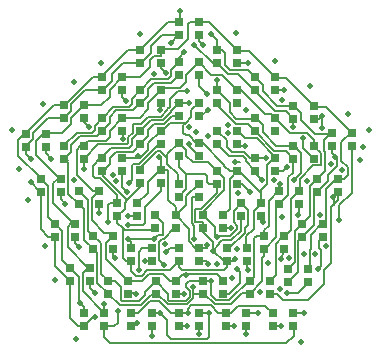
<source format=gbr>
%TF.GenerationSoftware,KiCad,Pcbnew,(5.1.9-0-10_14)*%
%TF.CreationDate,2021-12-14T09:11:42-05:00*%
%TF.ProjectId,dodecahedron_n4,646f6465-6361-4686-9564-726f6e5f6e34,rev?*%
%TF.SameCoordinates,Original*%
%TF.FileFunction,Copper,L1,Top*%
%TF.FilePolarity,Positive*%
%FSLAX46Y46*%
G04 Gerber Fmt 4.6, Leading zero omitted, Abs format (unit mm)*
G04 Created by KiCad (PCBNEW (5.1.9-0-10_14)) date 2021-12-14 09:11:42*
%MOMM*%
%LPD*%
G01*
G04 APERTURE LIST*
%TA.AperFunction,SMDPad,CuDef*%
%ADD10R,0.800000X0.700000*%
%TD*%
%TA.AperFunction,ViaPad*%
%ADD11C,0.508000*%
%TD*%
%TA.AperFunction,Conductor*%
%ADD12C,0.152400*%
%TD*%
G04 APERTURE END LIST*
D10*
%TO.P,D3,4*%
%TO.N,/CS10*%
X84670000Y-57065000D03*
%TO.P,D3,3*%
%TO.N,SW2*%
X82970000Y-57065000D03*
%TO.P,D3,2*%
%TO.N,SW3*%
X84670000Y-55965000D03*
%TO.P,D3,1*%
%TO.N,SW1*%
X82970000Y-55965000D03*
%TD*%
%TO.P,D11,4*%
%TO.N,/CS1*%
X92671000Y-62526000D03*
%TO.P,D11,3*%
%TO.N,SW8*%
X90971000Y-62526000D03*
%TO.P,D11,2*%
%TO.N,SW9*%
X92671000Y-61426000D03*
%TO.P,D11,1*%
%TO.N,SW7*%
X90971000Y-61426000D03*
%TD*%
%TO.P,D14,4*%
%TO.N,/CS7*%
X91147000Y-49381500D03*
%TO.P,D14,3*%
%TO.N,SW2*%
X89447000Y-49381500D03*
%TO.P,D14,2*%
%TO.N,SW3*%
X91147000Y-48281500D03*
%TO.P,D14,1*%
%TO.N,SW1*%
X89447000Y-48281500D03*
%TD*%
%TO.P,D51,4*%
%TO.N,/CS1*%
X76669000Y-62526000D03*
%TO.P,D51,3*%
%TO.N,SW11*%
X74969000Y-62526000D03*
%TO.P,D51,2*%
%TO.N,SW12*%
X76669000Y-61426000D03*
%TO.P,D51,1*%
%TO.N,SW10*%
X74969000Y-61426000D03*
%TD*%
%TO.P,D50,4*%
%TO.N,/CS2*%
X75462500Y-58716000D03*
%TO.P,D50,3*%
%TO.N,SW11*%
X73762500Y-58716000D03*
%TO.P,D50,2*%
%TO.N,SW12*%
X75462500Y-57616000D03*
%TO.P,D50,1*%
%TO.N,SW10*%
X73762500Y-57616000D03*
%TD*%
%TO.P,D49,4*%
%TO.N,/CS3*%
X74192500Y-54969500D03*
%TO.P,D49,3*%
%TO.N,SW11*%
X72492500Y-54969500D03*
%TO.P,D49,2*%
%TO.N,SW12*%
X74192500Y-53869500D03*
%TO.P,D49,1*%
%TO.N,SW10*%
X72492500Y-53869500D03*
%TD*%
%TO.P,D48,4*%
%TO.N,/CS4*%
X72986000Y-51159500D03*
%TO.P,D48,3*%
%TO.N,SW11*%
X71286000Y-51159500D03*
%TO.P,D48,2*%
%TO.N,SW12*%
X72986000Y-50059500D03*
%TO.P,D48,1*%
%TO.N,SW10*%
X71286000Y-50059500D03*
%TD*%
%TO.P,D47,4*%
%TO.N,/CS2*%
X78701000Y-59795500D03*
%TO.P,D47,3*%
%TO.N,SW5*%
X77001000Y-59795500D03*
%TO.P,D47,2*%
%TO.N,SW6*%
X78701000Y-58695500D03*
%TO.P,D47,1*%
%TO.N,SW4*%
X77001000Y-58695500D03*
%TD*%
%TO.P,D46,4*%
%TO.N,/CS3*%
X77431000Y-55985500D03*
%TO.P,D46,3*%
%TO.N,SW5*%
X75731000Y-55985500D03*
%TO.P,D46,2*%
%TO.N,SW6*%
X77431000Y-54885500D03*
%TO.P,D46,1*%
%TO.N,SW4*%
X75731000Y-54885500D03*
%TD*%
%TO.P,D45,4*%
%TO.N,/CS4*%
X76224500Y-52175500D03*
%TO.P,D45,3*%
%TO.N,SW5*%
X74524500Y-52175500D03*
%TO.P,D45,2*%
%TO.N,SW6*%
X76224500Y-51075500D03*
%TO.P,D45,1*%
%TO.N,SW4*%
X74524500Y-51075500D03*
%TD*%
%TO.P,D44,4*%
%TO.N,/CS1*%
X80669500Y-57065000D03*
%TO.P,D44,3*%
%TO.N,SW2*%
X78969500Y-57065000D03*
%TO.P,D44,2*%
%TO.N,SW3*%
X80669500Y-55965000D03*
%TO.P,D44,1*%
%TO.N,SW1*%
X78969500Y-55965000D03*
%TD*%
%TO.P,D43,4*%
%TO.N,/CS2*%
X79463000Y-53255000D03*
%TO.P,D43,3*%
%TO.N,SW2*%
X77763000Y-53255000D03*
%TO.P,D43,2*%
%TO.N,SW3*%
X79463000Y-52155000D03*
%TO.P,D43,1*%
%TO.N,SW1*%
X77763000Y-52155000D03*
%TD*%
%TO.P,D42,4*%
%TO.N,/CS11*%
X82701500Y-54271000D03*
%TO.P,D42,3*%
%TO.N,SW2*%
X81001500Y-54271000D03*
%TO.P,D42,2*%
%TO.N,SW3*%
X82701500Y-53171000D03*
%TO.P,D42,1*%
%TO.N,SW1*%
X81001500Y-53171000D03*
%TD*%
%TO.P,D41,4*%
%TO.N,/CS5*%
X71716000Y-47349500D03*
%TO.P,D41,3*%
%TO.N,SW11*%
X70016000Y-47349500D03*
%TO.P,D41,2*%
%TO.N,SW12*%
X71716000Y-46249500D03*
%TO.P,D41,1*%
%TO.N,SW10*%
X70016000Y-46249500D03*
%TD*%
%TO.P,D40,4*%
%TO.N,/CS6*%
X74954500Y-44936500D03*
%TO.P,D40,3*%
%TO.N,SW11*%
X73254500Y-44936500D03*
%TO.P,D40,2*%
%TO.N,SW12*%
X74954500Y-43836500D03*
%TO.P,D40,1*%
%TO.N,SW10*%
X73254500Y-43836500D03*
%TD*%
%TO.P,D39,4*%
%TO.N,/CS7*%
X78193000Y-42587000D03*
%TO.P,D39,3*%
%TO.N,SW11*%
X76493000Y-42587000D03*
%TO.P,D39,2*%
%TO.N,SW12*%
X78193000Y-41487000D03*
%TO.P,D39,1*%
%TO.N,SW10*%
X76493000Y-41487000D03*
%TD*%
%TO.P,D38,4*%
%TO.N,/CS8*%
X81431500Y-40237500D03*
%TO.P,D38,3*%
%TO.N,SW11*%
X79731500Y-40237500D03*
%TO.P,D38,2*%
%TO.N,SW12*%
X81431500Y-39137500D03*
%TO.P,D38,1*%
%TO.N,SW10*%
X79731500Y-39137500D03*
%TD*%
%TO.P,D37,4*%
%TO.N,/CS5*%
X74954500Y-48365500D03*
%TO.P,D37,3*%
%TO.N,SW5*%
X73254500Y-48365500D03*
%TO.P,D37,2*%
%TO.N,SW6*%
X74954500Y-47265500D03*
%TO.P,D37,1*%
%TO.N,SW4*%
X73254500Y-47265500D03*
%TD*%
%TO.P,D36,4*%
%TO.N,/CS6*%
X78193000Y-46016000D03*
%TO.P,D36,3*%
%TO.N,SW5*%
X76493000Y-46016000D03*
%TO.P,D36,2*%
%TO.N,SW6*%
X78193000Y-44916000D03*
%TO.P,D36,1*%
%TO.N,SW4*%
X76493000Y-44916000D03*
%TD*%
%TO.P,D35,4*%
%TO.N,/CS7*%
X81431500Y-43666500D03*
%TO.P,D35,3*%
%TO.N,SW5*%
X79731500Y-43666500D03*
%TO.P,D35,2*%
%TO.N,SW6*%
X81431500Y-42566500D03*
%TO.P,D35,1*%
%TO.N,SW4*%
X79731500Y-42566500D03*
%TD*%
%TO.P,D34,4*%
%TO.N,/CS3*%
X78193000Y-49445000D03*
%TO.P,D34,3*%
%TO.N,SW2*%
X76493000Y-49445000D03*
%TO.P,D34,2*%
%TO.N,SW3*%
X78193000Y-48345000D03*
%TO.P,D34,1*%
%TO.N,SW1*%
X76493000Y-48345000D03*
%TD*%
%TO.P,D33,4*%
%TO.N,/CS4*%
X81431500Y-47095500D03*
%TO.P,D33,3*%
%TO.N,SW2*%
X79731500Y-47095500D03*
%TO.P,D33,2*%
%TO.N,SW3*%
X81431500Y-45995500D03*
%TO.P,D33,1*%
%TO.N,SW1*%
X79731500Y-45995500D03*
%TD*%
%TO.P,D32,4*%
%TO.N,/CS12*%
X81431500Y-50461000D03*
%TO.P,D32,3*%
%TO.N,SW2*%
X79731500Y-50461000D03*
%TO.P,D32,2*%
%TO.N,SW3*%
X81431500Y-49361000D03*
%TO.P,D32,1*%
%TO.N,SW1*%
X79731500Y-49361000D03*
%TD*%
%TO.P,D31,4*%
%TO.N,/CS9*%
X84670000Y-37888000D03*
%TO.P,D31,3*%
%TO.N,SW11*%
X82970000Y-37888000D03*
%TO.P,D31,2*%
%TO.N,SW12*%
X84670000Y-36788000D03*
%TO.P,D31,1*%
%TO.N,SW10*%
X82970000Y-36788000D03*
%TD*%
%TO.P,D30,4*%
%TO.N,/CS10*%
X87908500Y-40301000D03*
%TO.P,D30,3*%
%TO.N,SW11*%
X86208500Y-40301000D03*
%TO.P,D30,2*%
%TO.N,SW12*%
X87908500Y-39201000D03*
%TO.P,D30,1*%
%TO.N,SW10*%
X86208500Y-39201000D03*
%TD*%
%TO.P,D29,4*%
%TO.N,/CS11*%
X91147000Y-42587000D03*
%TO.P,D29,3*%
%TO.N,SW11*%
X89447000Y-42587000D03*
%TO.P,D29,2*%
%TO.N,SW12*%
X91147000Y-41487000D03*
%TO.P,D29,1*%
%TO.N,SW10*%
X89447000Y-41487000D03*
%TD*%
%TO.P,D28,4*%
%TO.N,/CS12*%
X94385500Y-45000000D03*
%TO.P,D28,3*%
%TO.N,SW11*%
X92685500Y-45000000D03*
%TO.P,D28,2*%
%TO.N,SW12*%
X94385500Y-43900000D03*
%TO.P,D28,1*%
%TO.N,SW10*%
X92685500Y-43900000D03*
%TD*%
%TO.P,D27,4*%
%TO.N,/CS8*%
X84670000Y-41317000D03*
%TO.P,D27,3*%
%TO.N,SW5*%
X82970000Y-41317000D03*
%TO.P,D27,2*%
%TO.N,SW6*%
X84670000Y-40217000D03*
%TO.P,D27,1*%
%TO.N,SW4*%
X82970000Y-40217000D03*
%TD*%
%TO.P,D26,4*%
%TO.N,/CS9*%
X87908500Y-43666500D03*
%TO.P,D26,3*%
%TO.N,SW5*%
X86208500Y-43666500D03*
%TO.P,D26,2*%
%TO.N,SW6*%
X87908500Y-42566500D03*
%TO.P,D26,1*%
%TO.N,SW4*%
X86208500Y-42566500D03*
%TD*%
%TO.P,D25,4*%
%TO.N,Net-(D25-Pad4)*%
X91147000Y-46016000D03*
%TO.P,D25,3*%
%TO.N,SW5*%
X89447000Y-46016000D03*
%TO.P,D25,2*%
%TO.N,SW6*%
X91147000Y-44916000D03*
%TO.P,D25,1*%
%TO.N,SW4*%
X89447000Y-44916000D03*
%TD*%
%TO.P,D24,4*%
%TO.N,/CS5*%
X84670000Y-44746000D03*
%TO.P,D24,3*%
%TO.N,SW2*%
X82970000Y-44746000D03*
%TO.P,D24,2*%
%TO.N,SW3*%
X84670000Y-43646000D03*
%TO.P,D24,1*%
%TO.N,SW1*%
X82970000Y-43646000D03*
%TD*%
%TO.P,D23,4*%
%TO.N,/CS6*%
X87908500Y-47095500D03*
%TO.P,D23,3*%
%TO.N,SW2*%
X86208500Y-47095500D03*
%TO.P,D23,2*%
%TO.N,SW3*%
X87908500Y-45995500D03*
%TO.P,D23,1*%
%TO.N,SW1*%
X86208500Y-45995500D03*
%TD*%
%TO.P,D22,4*%
%TO.N,/CS13*%
X84670000Y-48111500D03*
%TO.P,D22,3*%
%TO.N,SW2*%
X82970000Y-48111500D03*
%TO.P,D22,2*%
%TO.N,SW3*%
X84670000Y-47011500D03*
%TO.P,D22,1*%
%TO.N,SW1*%
X82970000Y-47011500D03*
%TD*%
%TO.P,D21,4*%
%TO.N,/CS13*%
X97624000Y-47286000D03*
%TO.P,D21,3*%
%TO.N,SW11*%
X95924000Y-47286000D03*
%TO.P,D21,2*%
%TO.N,SW12*%
X97624000Y-46186000D03*
%TO.P,D21,1*%
%TO.N,SW10*%
X95924000Y-46186000D03*
%TD*%
%TO.P,D20,4*%
%TO.N,/CS14*%
X96417500Y-51159500D03*
%TO.P,D20,3*%
%TO.N,SW11*%
X94717500Y-51159500D03*
%TO.P,D20,2*%
%TO.N,SW12*%
X96417500Y-50059500D03*
%TO.P,D20,1*%
%TO.N,SW10*%
X94717500Y-50059500D03*
%TD*%
%TO.P,D19,4*%
%TO.N,/CS15*%
X95147500Y-54969500D03*
%TO.P,D19,3*%
%TO.N,SW11*%
X93447500Y-54969500D03*
%TO.P,D19,2*%
%TO.N,SW12*%
X95147500Y-53869500D03*
%TO.P,D19,1*%
%TO.N,SW10*%
X93447500Y-53869500D03*
%TD*%
%TO.P,D18,4*%
%TO.N,/CS16*%
X93941000Y-58779500D03*
%TO.P,D18,3*%
%TO.N,SW11*%
X92241000Y-58779500D03*
%TO.P,D18,2*%
%TO.N,SW12*%
X93941000Y-57679500D03*
%TO.P,D18,1*%
%TO.N,SW10*%
X92241000Y-57679500D03*
%TD*%
%TO.P,D17,4*%
%TO.N,/CS11*%
X94385500Y-48365500D03*
%TO.P,D17,3*%
%TO.N,SW5*%
X92685500Y-48365500D03*
%TO.P,D17,2*%
%TO.N,SW6*%
X94385500Y-47265500D03*
%TO.P,D17,1*%
%TO.N,SW4*%
X92685500Y-47265500D03*
%TD*%
%TO.P,D16,4*%
%TO.N,/CS12*%
X93179000Y-52175500D03*
%TO.P,D16,3*%
%TO.N,SW5*%
X91479000Y-52175500D03*
%TO.P,D16,2*%
%TO.N,SW6*%
X93179000Y-51075500D03*
%TO.P,D16,1*%
%TO.N,SW4*%
X91479000Y-51075500D03*
%TD*%
%TO.P,D15,4*%
%TO.N,/CS13*%
X91909000Y-55985500D03*
%TO.P,D15,3*%
%TO.N,SW5*%
X90209000Y-55985500D03*
%TO.P,D15,2*%
%TO.N,SW6*%
X91909000Y-54885500D03*
%TO.P,D15,1*%
%TO.N,SW4*%
X90209000Y-54885500D03*
%TD*%
%TO.P,D13,4*%
%TO.N,/CS8*%
X89940500Y-53255000D03*
%TO.P,D13,3*%
%TO.N,SW2*%
X88240500Y-53255000D03*
%TO.P,D13,2*%
%TO.N,SW3*%
X89940500Y-52155000D03*
%TO.P,D13,1*%
%TO.N,SW1*%
X88240500Y-52155000D03*
%TD*%
%TO.P,D12,4*%
%TO.N,/CS14*%
X87908500Y-50524500D03*
%TO.P,D12,3*%
%TO.N,SW2*%
X86208500Y-50524500D03*
%TO.P,D12,2*%
%TO.N,SW3*%
X87908500Y-49424500D03*
%TO.P,D12,1*%
%TO.N,SW1*%
X86208500Y-49424500D03*
%TD*%
%TO.P,D10,4*%
%TO.N,/CS2*%
X88670500Y-62526000D03*
%TO.P,D10,3*%
%TO.N,SW8*%
X86970500Y-62526000D03*
%TO.P,D10,2*%
%TO.N,SW9*%
X88670500Y-61426000D03*
%TO.P,D10,1*%
%TO.N,SW7*%
X86970500Y-61426000D03*
%TD*%
%TO.P,D9,4*%
%TO.N,/CS3*%
X84670000Y-62526000D03*
%TO.P,D9,3*%
%TO.N,SW8*%
X82970000Y-62526000D03*
%TO.P,D9,2*%
%TO.N,SW9*%
X84670000Y-61426000D03*
%TO.P,D9,1*%
%TO.N,SW7*%
X82970000Y-61426000D03*
%TD*%
%TO.P,D8,4*%
%TO.N,/CS4*%
X80669500Y-62526000D03*
%TO.P,D8,3*%
%TO.N,SW8*%
X78969500Y-62526000D03*
%TO.P,D8,2*%
%TO.N,SW9*%
X80669500Y-61426000D03*
%TO.P,D8,1*%
%TO.N,SW7*%
X78969500Y-61426000D03*
%TD*%
%TO.P,D7,4*%
%TO.N,/CS14*%
X90702500Y-59795500D03*
%TO.P,D7,3*%
%TO.N,SW5*%
X89002500Y-59795500D03*
%TO.P,D7,2*%
%TO.N,SW6*%
X90702500Y-58695500D03*
%TO.P,D7,1*%
%TO.N,SW4*%
X89002500Y-58695500D03*
%TD*%
%TO.P,D6,4*%
%TO.N,/CS15*%
X86702000Y-59795500D03*
%TO.P,D6,3*%
%TO.N,SW5*%
X85002000Y-59795500D03*
%TO.P,D6,2*%
%TO.N,SW6*%
X86702000Y-58695500D03*
%TO.P,D6,1*%
%TO.N,SW4*%
X85002000Y-58695500D03*
%TD*%
%TO.P,D5,4*%
%TO.N,/CS16*%
X82726000Y-59817000D03*
%TO.P,D5,3*%
%TO.N,SW5*%
X81026000Y-59817000D03*
%TO.P,D5,2*%
%TO.N,SW6*%
X82726000Y-58717000D03*
%TO.P,D5,1*%
%TO.N,SW4*%
X81026000Y-58717000D03*
%TD*%
%TO.P,D4,4*%
%TO.N,/CS9*%
X88734000Y-57065000D03*
%TO.P,D4,3*%
%TO.N,SW2*%
X87034000Y-57065000D03*
%TO.P,D4,2*%
%TO.N,SW3*%
X88734000Y-55965000D03*
%TO.P,D4,1*%
%TO.N,SW1*%
X87034000Y-55965000D03*
%TD*%
%TO.P,D2,4*%
%TO.N,/CS15*%
X86702000Y-54271000D03*
%TO.P,D2,3*%
%TO.N,SW2*%
X85002000Y-54271000D03*
%TO.P,D2,2*%
%TO.N,SW3*%
X86702000Y-53171000D03*
%TO.P,D2,1*%
%TO.N,SW1*%
X85002000Y-53171000D03*
%TD*%
%TO.P,D1,4*%
%TO.N,/CS16*%
X84670000Y-51604000D03*
%TO.P,D1,3*%
%TO.N,SW2*%
X82970000Y-51604000D03*
%TO.P,D1,2*%
%TO.N,SW3*%
X84670000Y-50504000D03*
%TO.P,D1,1*%
%TO.N,SW1*%
X82970000Y-50504000D03*
%TD*%
D11*
%TO.N,SW2*%
X87731600Y-56896000D03*
X85864710Y-56146700D03*
X89983780Y-50159866D03*
%TO.N,SW3*%
X79554411Y-48182624D03*
X81263865Y-48269265D03*
X85382100Y-55638700D03*
X79603600Y-57810400D03*
%TO.N,SW1*%
X76990378Y-53767219D03*
X78705810Y-55194200D03*
X83845400Y-43637200D03*
X90340600Y-48308121D03*
X86182200Y-55016400D03*
X81896947Y-56305890D03*
X80900787Y-55159624D03*
%TO.N,SW5*%
X84199242Y-59205878D03*
%TO.N,SW6*%
X83573622Y-58245071D03*
%TO.N,SW4*%
X83413600Y-39370000D03*
X86207600Y-41732200D03*
X85699600Y-58699400D03*
X91541600Y-50533300D03*
X92732216Y-50166737D03*
%TO.N,SW8*%
X83667600Y-62534800D03*
X87680800Y-62534800D03*
X91643200Y-62509400D03*
X79468687Y-62255370D03*
%TO.N,SW9*%
X93535500Y-61404500D03*
X89662000Y-61404500D03*
X81407000Y-61404500D03*
X85572600Y-61417200D03*
%TO.N,SW7*%
X83769200Y-61468000D03*
%TO.N,SW11*%
X70421500Y-48387000D03*
X70421500Y-50355500D03*
X82296000Y-38608000D03*
X84264500Y-38735000D03*
X92684600Y-45669200D03*
X96240600Y-48234588D03*
X75862588Y-61771089D03*
%TO.N,SW12*%
X76657200Y-60680600D03*
%TO.N,SW10*%
X85661500Y-37782500D03*
X83058000Y-35877500D03*
X74574432Y-60557921D03*
%TO.N,GND*%
X95885000Y-48818800D03*
X97307400Y-44577000D03*
X99085400Y-45948600D03*
X98323400Y-48488600D03*
X94056200Y-42214800D03*
X93319600Y-63855600D03*
X72517000Y-58674000D03*
X71678800Y-55778400D03*
X70205600Y-51866800D03*
X69443600Y-49276000D03*
X68859400Y-45948600D03*
X71501000Y-43713400D03*
X74142600Y-41859200D03*
X87858600Y-37719000D03*
X91135200Y-40106600D03*
X79654400Y-37820600D03*
X76403200Y-40259000D03*
X74244200Y-63677800D03*
X87102098Y-46177200D03*
X87508402Y-58470800D03*
X81807049Y-55627294D03*
X86207600Y-57277000D03*
X91008200Y-50139600D03*
X74117200Y-50215800D03*
X93577018Y-56451497D03*
X91706700Y-43370500D03*
X87871300Y-56032400D03*
X89888982Y-59649253D03*
%TO.N,VCC*%
X77386598Y-49784000D03*
X83845400Y-45720000D03*
X77698600Y-50266600D03*
X98577400Y-47371000D03*
X80848200Y-41173400D03*
X92306996Y-56741912D03*
X96773990Y-49303096D03*
X87731600Y-48653700D03*
X91541245Y-59403925D03*
X90538300Y-57238900D03*
X94542229Y-56476900D03*
%TO.N,/CS16*%
X83411821Y-59791590D03*
X87102122Y-45516789D03*
X84296316Y-55158260D03*
X92105187Y-59747602D03*
%TO.N,/CS15*%
X87934800Y-57708800D03*
X87366275Y-54219659D03*
X85411677Y-46433263D03*
X94747412Y-57746921D03*
%TO.N,/CS10*%
X88823800Y-40284400D03*
X88655674Y-44227784D03*
X85445600Y-57277000D03*
%TO.N,/CS9*%
X85039200Y-38735000D03*
X88798400Y-57835800D03*
X87790185Y-43632701D03*
%TO.N,/CS14*%
X84429600Y-46126400D03*
X96050090Y-51631697D03*
X89038725Y-51204546D03*
%TO.N,/CS4*%
X73355200Y-52171600D03*
X76225400Y-53009800D03*
X80688251Y-63351129D03*
X78769979Y-50404512D03*
%TO.N,/CS3*%
X74523600Y-55880000D03*
X84658200Y-63195200D03*
X78618528Y-51176009D03*
X77571610Y-56743600D03*
%TO.N,/CS2*%
X75869800Y-59766200D03*
X79378158Y-59809710D03*
X88671400Y-63220600D03*
X78666556Y-53238989D03*
%TO.N,/CS1*%
X77800200Y-61290200D03*
X80137010Y-57073800D03*
%TO.N,/CS8*%
X81858787Y-41122600D03*
X85344000Y-42900600D03*
X90093605Y-53769280D03*
%TO.N,/CS7*%
X78536800Y-43484800D03*
X81353359Y-44245626D03*
X92100400Y-49098200D03*
%TO.N,/CS13*%
X96565733Y-53595048D03*
X83851534Y-47130765D03*
X91655900Y-56857900D03*
%TO.N,/CS12*%
X95122076Y-45775837D03*
X95123000Y-44715423D03*
X78663800Y-53949600D03*
X93109221Y-53111421D03*
X94919800Y-53111421D03*
%TO.N,/CS11*%
X91897200Y-42570400D03*
X93460505Y-46659790D03*
X81746201Y-57351114D03*
%TO.N,/CS6*%
X75361800Y-45694600D03*
X78231991Y-46674167D03*
X88573436Y-47320190D03*
%TO.N,/CS5*%
X72186800Y-48361600D03*
X74955400Y-49225200D03*
X85420200Y-44221400D03*
X83642177Y-42671988D03*
%TO.N,SDA*%
X91719400Y-53327300D03*
X93814900Y-50241200D03*
%TO.N,ADDR1*%
X87950460Y-51288845D03*
X95410801Y-55726787D03*
%TD*%
D12*
%TO.N,SW2*%
X83598601Y-50975399D02*
X83598601Y-49816601D01*
X82970000Y-51604000D02*
X83598601Y-50975399D01*
X83598601Y-49816601D02*
X83598601Y-49689601D01*
X83598601Y-49689601D02*
X82994500Y-49085500D01*
X82994500Y-49085500D02*
X82994500Y-48133000D01*
X79731500Y-50461000D02*
X79684814Y-50507686D01*
X77121601Y-48862399D02*
X76517500Y-49466500D01*
X79060601Y-47766399D02*
X77682735Y-47766399D01*
X77121601Y-48327533D02*
X77121601Y-48862399D01*
X79731500Y-47095500D02*
X79060601Y-47766399D01*
X77682735Y-47766399D02*
X77121601Y-48327533D01*
X76454000Y-49609252D02*
X76454000Y-49466500D01*
X78391601Y-52626399D02*
X78391601Y-52106400D01*
X77763000Y-53255000D02*
X78391601Y-52626399D01*
X78391601Y-52106400D02*
X78609400Y-51888600D01*
X78223200Y-54271000D02*
X77749400Y-53797200D01*
X77749400Y-53797200D02*
X77749400Y-53263800D01*
X78969500Y-57065000D02*
X78477200Y-57065000D01*
X78477200Y-57065000D02*
X78223200Y-56811000D01*
X78223200Y-56811000D02*
X78223200Y-54271000D01*
X79731500Y-50766501D02*
X79731500Y-50461000D01*
X78609400Y-51888600D02*
X79731500Y-50766501D01*
X84419119Y-53749601D02*
X84373399Y-53703881D01*
X86169500Y-51265982D02*
X86169500Y-50546000D01*
X84419119Y-52592399D02*
X84843083Y-52592399D01*
X84373399Y-52638119D02*
X84419119Y-52592399D01*
X85002000Y-54271000D02*
X85002000Y-53768600D01*
X84983001Y-53749601D02*
X84419119Y-53749601D01*
X85002000Y-53768600D02*
X84983001Y-53749601D01*
X84843083Y-52592399D02*
X86169500Y-51265982D01*
X84373399Y-53703881D02*
X84373399Y-52638119D01*
X87562600Y-57065000D02*
X87731600Y-56896000D01*
X87034000Y-57065000D02*
X87562600Y-57065000D01*
X82397633Y-44746000D02*
X81726734Y-45416899D01*
X80848619Y-45416899D02*
X80360101Y-45905417D01*
X80360101Y-46449399D02*
X79692500Y-47117000D01*
X80360101Y-45905417D02*
X80360101Y-46449399D01*
X82970000Y-44746000D02*
X82397633Y-44746000D01*
X81726734Y-45416899D02*
X80848619Y-45416899D01*
X80840298Y-54432202D02*
X81001500Y-54271000D01*
X78223200Y-54271000D02*
X78384402Y-54432202D01*
X78384402Y-54432202D02*
X80840298Y-54432202D01*
X86208500Y-50524500D02*
X85551100Y-50524500D01*
X85551100Y-50524500D02*
X85369400Y-50342800D01*
X85369400Y-50342800D02*
X85369400Y-49834800D01*
X85224201Y-49689601D02*
X83598601Y-49689601D01*
X85369400Y-49834800D02*
X85224201Y-49689601D01*
X87248998Y-48132998D02*
X86233000Y-47117000D01*
X88369650Y-48132998D02*
X87248998Y-48132998D01*
X88646002Y-48409350D02*
X88369650Y-48132998D01*
X88646002Y-48580502D02*
X88646002Y-48409350D01*
X89447000Y-49381500D02*
X88646002Y-48580502D01*
X76581000Y-49466500D02*
X76581000Y-49860200D01*
X76581000Y-49860200D02*
X78609400Y-51888600D01*
X87403706Y-55295811D02*
X88208100Y-54491417D01*
X86405399Y-55482850D02*
X86592438Y-55295811D01*
X86592438Y-55295811D02*
X87403706Y-55295811D01*
X88208100Y-54491417D02*
X88208100Y-53269900D01*
X88208100Y-53269900D02*
X88239600Y-53238400D01*
X82970000Y-57065000D02*
X82970000Y-57519200D01*
X82970000Y-57519200D02*
X83210400Y-57759600D01*
X83210400Y-57759600D02*
X86817200Y-57759600D01*
X86817200Y-57759600D02*
X87033100Y-57543700D01*
X87033100Y-57543700D02*
X87033100Y-57061100D01*
X81735265Y-57833716D02*
X82201284Y-57833716D01*
X80316863Y-57833588D02*
X81735137Y-57833588D01*
X82201284Y-57833716D02*
X82970000Y-57065000D01*
X78968600Y-57073800D02*
X78968600Y-57889652D01*
X79371948Y-58293000D02*
X79857451Y-58293000D01*
X78968600Y-57889652D02*
X79371948Y-58293000D01*
X81735137Y-57833588D02*
X81735265Y-57833716D01*
X79857451Y-58293000D02*
X80316863Y-57833588D01*
X85002000Y-54557050D02*
X85002000Y-54271000D01*
X85864710Y-55419760D02*
X85002000Y-54557050D01*
X85864710Y-56146700D02*
X85864710Y-55419760D01*
X86405399Y-55606011D02*
X86405399Y-55482850D01*
X85864710Y-56146700D02*
X86405399Y-55606011D01*
X86783010Y-57065000D02*
X85864710Y-56146700D01*
X87034000Y-57065000D02*
X86783010Y-57065000D01*
X89447000Y-49623086D02*
X89447000Y-49381500D01*
X89983780Y-50159866D02*
X89447000Y-49623086D01*
%TO.N,SW3*%
X87279899Y-52593101D02*
X87279899Y-50070601D01*
X86702000Y-53171000D02*
X87279899Y-52593101D01*
X87279899Y-50070601D02*
X88011000Y-49339500D01*
X83598601Y-52273899D02*
X83598601Y-51529399D01*
X82701500Y-53171000D02*
X83598601Y-52273899D01*
X83598601Y-51529399D02*
X84645500Y-50482500D01*
X80360101Y-51257899D02*
X80360101Y-50386399D01*
X79463000Y-52155000D02*
X80360101Y-51257899D01*
X80360101Y-50386399D02*
X81407000Y-49339500D01*
X88090252Y-49403000D02*
X87947500Y-49403000D01*
X89940500Y-52155000D02*
X89940500Y-51253248D01*
X89940500Y-51253248D02*
X88090252Y-49403000D01*
X89576149Y-46634399D02*
X88544399Y-46634399D01*
X91147000Y-48281500D02*
X91147000Y-48205250D01*
X91147000Y-48205250D02*
X89576149Y-46634399D01*
X88544399Y-46634399D02*
X87884000Y-45974000D01*
X82072899Y-49449999D02*
X81983900Y-49361000D01*
X81983900Y-49361000D02*
X81431500Y-49361000D01*
X82072899Y-51868381D02*
X82702400Y-52497882D01*
X82072899Y-49449999D02*
X82072899Y-51868381D01*
X82702400Y-52497882D02*
X82702400Y-53187600D01*
X80360101Y-47066899D02*
X80360101Y-47628381D01*
X80360101Y-47628381D02*
X79664982Y-48323500D01*
X79664982Y-48323500D02*
X78168500Y-48323500D01*
X81431500Y-45995500D02*
X80360101Y-47066899D01*
X81431500Y-49361000D02*
X81431500Y-48436900D01*
X81431500Y-48436900D02*
X81263865Y-48269265D01*
X89940500Y-52155000D02*
X89940500Y-51007152D01*
X89940500Y-51007152D02*
X90474802Y-50472850D01*
X90474802Y-50472850D02*
X90474802Y-48907698D01*
X90474802Y-48907698D02*
X91059000Y-48323500D01*
X84041399Y-44274601D02*
X84041399Y-44836083D01*
X84670000Y-43646000D02*
X84041399Y-44274601D01*
X84041399Y-44836083D02*
X83548409Y-45329073D01*
X82245627Y-45329073D02*
X81600700Y-45974000D01*
X81600700Y-45974000D02*
X81470500Y-45974000D01*
X83548409Y-45329073D02*
X82245627Y-45329073D01*
X84921600Y-46990000D02*
X84709000Y-46990000D01*
X87275620Y-49424500D02*
X86811815Y-48960695D01*
X86811815Y-48880215D02*
X84921600Y-46990000D01*
X86811815Y-48960695D02*
X86811815Y-48880215D01*
X87908500Y-49424500D02*
X87275620Y-49424500D01*
X83809590Y-46405801D02*
X83613751Y-46405801D01*
X83613751Y-46405801D02*
X83362799Y-46154849D01*
X84670000Y-47011500D02*
X84415289Y-47011500D01*
X83362799Y-46154849D02*
X83362799Y-45514683D01*
X84415289Y-47011500D02*
X83809590Y-46405801D01*
X83362799Y-45514683D02*
X83548409Y-45329073D01*
X84900756Y-55734244D02*
X84670000Y-55965000D01*
X84387609Y-55956200D02*
X84658200Y-55956200D01*
X83813441Y-55382032D02*
X84387609Y-55956200D01*
X83813441Y-54282941D02*
X83813441Y-55382032D01*
X82701500Y-53171000D02*
X83813441Y-54282941D01*
X85382100Y-55638700D02*
X85382100Y-55892700D01*
X85382100Y-55892700D02*
X85305900Y-55968900D01*
X85305900Y-55968900D02*
X84658200Y-55968900D01*
X80669500Y-55965000D02*
X79874200Y-55965000D01*
X79598101Y-57804901D02*
X79603600Y-57810400D01*
X79598101Y-56241099D02*
X79598101Y-57804901D01*
X79874200Y-55965000D02*
X79598101Y-56241099D01*
X88734000Y-55965000D02*
X88691766Y-55922766D01*
X88691766Y-55922766D02*
X88691766Y-54954232D01*
X89311899Y-52801101D02*
X89979500Y-52133500D01*
X89311899Y-54334099D02*
X89311899Y-52801101D01*
X88691766Y-54954232D02*
X89311899Y-54334099D01*
%TO.N,SW1*%
X86837101Y-51057381D02*
X86837101Y-50007101D01*
X85002000Y-52892482D02*
X86837101Y-51057381D01*
X85002000Y-53171000D02*
X85002000Y-52892482D01*
X86837101Y-50007101D02*
X86233000Y-49403000D01*
X82014381Y-48782399D02*
X82931000Y-49699018D01*
X82931000Y-49699018D02*
X82931000Y-50482500D01*
X82014381Y-47967119D02*
X82014381Y-48782399D01*
X82970000Y-47011500D02*
X82014381Y-47967119D01*
X79019412Y-46710588D02*
X79019412Y-47170105D01*
X79019412Y-47170105D02*
X78727929Y-47461588D01*
X78727929Y-47461588D02*
X77252412Y-47461588D01*
X77252412Y-47461588D02*
X76390500Y-48323500D01*
X79756000Y-45974000D02*
X79019412Y-46710588D01*
X82014381Y-48330929D02*
X82014381Y-48782399D01*
X79731500Y-49119115D02*
X81149417Y-47701198D01*
X81149417Y-47701198D02*
X81384650Y-47701198D01*
X79731500Y-49361000D02*
X79731500Y-49119115D01*
X81384650Y-47701198D02*
X82014381Y-48330929D01*
X76990378Y-53767219D02*
X76990378Y-52270222D01*
X76990378Y-52270222D02*
X77114400Y-52146200D01*
X77114400Y-52146200D02*
X77749400Y-52146200D01*
X78969500Y-55965000D02*
X78969500Y-55457890D01*
X78969500Y-55457890D02*
X78705810Y-55194200D01*
X83598601Y-48115535D02*
X83598601Y-47625977D01*
X84173167Y-48690101D02*
X83598601Y-48115535D01*
X82994500Y-47021876D02*
X82994500Y-46990000D01*
X82321412Y-44294588D02*
X82970000Y-43646000D01*
X82321412Y-44391155D02*
X82321412Y-44294588D01*
X81600479Y-45112088D02*
X82321412Y-44391155D01*
X79731500Y-45995500D02*
X80614912Y-45112088D01*
X86208500Y-49424500D02*
X85474101Y-48690101D01*
X85474101Y-48690101D02*
X84173167Y-48690101D01*
X83598601Y-47625977D02*
X82994500Y-47021876D01*
X80614912Y-45112088D02*
X81600479Y-45112088D01*
X82970000Y-43646000D02*
X82719560Y-43646000D01*
X82719560Y-43646000D02*
X82672656Y-43599096D01*
X83845400Y-43637200D02*
X82981800Y-43637200D01*
X90313979Y-48281500D02*
X90340600Y-48308121D01*
X89447000Y-48281500D02*
X90313979Y-48281500D01*
X87020398Y-46807398D02*
X87020398Y-47348650D01*
X88991219Y-48323500D02*
X89471500Y-48323500D01*
X87020398Y-47348650D02*
X87499935Y-47828187D01*
X88495906Y-47828187D02*
X88991219Y-48323500D01*
X86208500Y-45995500D02*
X87020398Y-46807398D01*
X87499935Y-47828187D02*
X88495906Y-47828187D01*
X75692000Y-48958500D02*
X76327000Y-48323500D01*
X75910119Y-50023601D02*
X75692000Y-49805482D01*
X75692000Y-49805482D02*
X75692000Y-48958500D01*
X77763000Y-52155000D02*
X77763000Y-51485034D01*
X77763000Y-51485034D02*
X76301567Y-50023601D01*
X76301567Y-50023601D02*
X75910119Y-50023601D01*
X86182200Y-55016400D02*
X86044379Y-55009016D01*
X87611899Y-52783601D02*
X88240500Y-52155000D01*
X86070400Y-55035037D02*
X86070400Y-54193400D01*
X86182200Y-55016400D02*
X86277069Y-54927500D01*
X87340950Y-54927500D02*
X87903290Y-54365161D01*
X87903290Y-54056729D02*
X87611899Y-53765338D01*
X86277069Y-54927500D02*
X87340950Y-54927500D01*
X86044379Y-55009016D02*
X86044379Y-54927500D01*
X87611899Y-53765338D02*
X87611899Y-52783601D01*
X86070400Y-54193400D02*
X85026500Y-53149500D01*
X87903290Y-54365161D02*
X87903290Y-54056729D01*
X86182200Y-55016400D02*
X86070400Y-55035037D01*
X82237837Y-55965000D02*
X81896947Y-56305890D01*
X80866211Y-55194200D02*
X80900787Y-55159624D01*
X82970000Y-55965000D02*
X82237837Y-55965000D01*
X78705810Y-55194200D02*
X80866211Y-55194200D01*
X81584381Y-54849601D02*
X81210810Y-54849601D01*
X81210810Y-54849601D02*
X80900787Y-55159624D01*
X81630101Y-53817101D02*
X81630101Y-54803881D01*
X80962500Y-53149500D02*
X81630101Y-53817101D01*
X81630101Y-54803881D02*
X81584381Y-54849601D01*
X88869101Y-53952782D02*
X88869101Y-52737601D01*
X87034000Y-55965000D02*
X87245427Y-55965000D01*
X88869101Y-52737601D02*
X88265000Y-52133500D01*
X88541296Y-54669131D02*
X88541296Y-54280587D01*
X88541296Y-54280587D02*
X88869101Y-53952782D01*
X87245427Y-55965000D02*
X88541296Y-54669131D01*
%TO.N,SW5*%
X73614601Y-48725601D02*
X73614601Y-51326101D01*
X73254500Y-48365500D02*
X73614601Y-48725601D01*
X73614601Y-51326101D02*
X74485500Y-52197000D01*
X74485500Y-52197000D02*
X74549000Y-52197000D01*
X74524500Y-52175500D02*
X74986277Y-52637277D01*
X74986277Y-52637277D02*
X74986277Y-55237777D01*
X74986277Y-55237777D02*
X75755500Y-56007000D01*
X75731000Y-55985500D02*
X76091101Y-56345601D01*
X76091101Y-56345601D02*
X76091101Y-58882601D01*
X76091101Y-58882601D02*
X77025500Y-59817000D01*
X77972363Y-60766863D02*
X79736088Y-60766863D01*
X79736088Y-60766863D02*
X80622451Y-59880500D01*
X80622451Y-59880500D02*
X81026000Y-59880500D01*
X77001000Y-59795500D02*
X77972363Y-60766863D01*
X73279000Y-48387000D02*
X73215500Y-48323500D01*
X73446335Y-48387000D02*
X73563987Y-48504652D01*
X73279000Y-48387000D02*
X73446335Y-48387000D01*
X91075716Y-47702899D02*
X89410317Y-46037500D01*
X89410317Y-46037500D02*
X89408000Y-46037500D01*
X92685500Y-48365500D02*
X92022899Y-47702899D01*
X92022899Y-47702899D02*
X91075716Y-47702899D01*
X76493000Y-46016000D02*
X76026987Y-46482013D01*
X74576505Y-46482013D02*
X73883101Y-47175417D01*
X73883101Y-47175417D02*
X73883101Y-47782899D01*
X76026987Y-46482013D02*
X74576505Y-46482013D01*
X73883101Y-47782899D02*
X73279000Y-48387000D01*
X77675305Y-44272213D02*
X77121601Y-44825917D01*
X77121601Y-44825917D02*
X77121601Y-45369899D01*
X79731500Y-43666500D02*
X79125787Y-44272213D01*
X79125787Y-44272213D02*
X77675305Y-44272213D01*
X77121601Y-45369899D02*
X76517500Y-45974000D01*
X82970000Y-41317000D02*
X82326187Y-41960813D01*
X80875705Y-41960813D02*
X80360101Y-42476417D01*
X80360101Y-42476417D02*
X80360101Y-43083899D01*
X80360101Y-43083899D02*
X79756000Y-43688000D01*
X82326187Y-41960813D02*
X80875705Y-41960813D01*
X84963000Y-59817000D02*
X84810364Y-59817000D01*
X81026000Y-59817000D02*
X81149801Y-59817000D01*
X81149801Y-59817000D02*
X82033213Y-60700412D01*
X82033213Y-60700412D02*
X83700905Y-60700412D01*
X83700905Y-60700412D02*
X84199242Y-60202075D01*
X84201384Y-59795500D02*
X84199242Y-59793358D01*
X85002000Y-59795500D02*
X84201384Y-59795500D01*
X84199242Y-59793358D02*
X84199242Y-59205878D01*
X84199242Y-60202075D02*
X84199242Y-59793358D01*
X86233000Y-43842717D02*
X86233000Y-43688000D01*
X87807182Y-45416899D02*
X86233000Y-43842717D01*
X88847899Y-45416899D02*
X87807182Y-45416899D01*
X89447000Y-46016000D02*
X88847899Y-45416899D01*
X88336549Y-59753500D02*
X89027000Y-59753500D01*
X85002000Y-59795500D02*
X85138008Y-59795500D01*
X85138008Y-59795500D02*
X86021420Y-60678912D01*
X87411137Y-60678912D02*
X88336549Y-59753500D01*
X86021420Y-60678912D02*
X87411137Y-60678912D01*
X91236799Y-52463701D02*
X91503500Y-52197000D01*
X90259000Y-55985500D02*
X91236799Y-55007701D01*
X90209000Y-55985500D02*
X90259000Y-55985500D01*
X91236799Y-55007701D02*
X91236799Y-52463701D01*
X91479000Y-52175500D02*
X92249614Y-51404886D01*
X92249614Y-49957782D02*
X92646500Y-49560896D01*
X92249614Y-51404886D02*
X92249614Y-49957782D01*
X92646500Y-49560896D02*
X92646500Y-48323500D01*
X89002500Y-59795500D02*
X90042999Y-58755001D01*
X90042999Y-56819801D02*
X90220800Y-56642000D01*
X90042999Y-58755001D02*
X90042999Y-56819801D01*
X90220800Y-56642000D02*
X90220800Y-56007000D01*
%TO.N,SW6*%
X91959000Y-54885500D02*
X92461400Y-54383100D01*
X92461400Y-54383100D02*
X92461400Y-51810600D01*
X91909000Y-54885500D02*
X91959000Y-54885500D01*
X92461400Y-51810600D02*
X93218000Y-51054000D01*
X94218518Y-47371000D02*
X94488000Y-47371000D01*
X80360101Y-44199381D02*
X79664982Y-44894500D01*
X80360101Y-43637899D02*
X80360101Y-44199381D01*
X81431500Y-42566500D02*
X80360101Y-43637899D01*
X79664982Y-44894500D02*
X78168500Y-44894500D01*
X75595899Y-51704101D02*
X75595899Y-53588917D01*
X76224500Y-51075500D02*
X75595899Y-51704101D01*
X75595899Y-53588917D02*
X76644500Y-54637518D01*
X76644500Y-54637518D02*
X77243518Y-54637518D01*
X77243518Y-54637518D02*
X77406500Y-54800500D01*
X82726000Y-58717000D02*
X83326101Y-58116899D01*
X86183899Y-58116899D02*
X86741000Y-58674000D01*
X77431000Y-54885500D02*
X76802399Y-55514101D01*
X76802399Y-55514101D02*
X76802399Y-56863399D01*
X76802399Y-56863399D02*
X78676500Y-58737500D01*
X75322034Y-46851966D02*
X74930000Y-47244000D01*
X77121601Y-45987399D02*
X77121601Y-46548881D01*
X77121601Y-46548881D02*
X76818516Y-46851966D01*
X78193000Y-44916000D02*
X77121601Y-45987399D01*
X76818516Y-46851966D02*
X75322034Y-46851966D01*
X75672100Y-51075500D02*
X74325899Y-49729299D01*
X76224500Y-51075500D02*
X75672100Y-51075500D01*
X74325899Y-49729299D02*
X74325899Y-47594101D01*
X74325899Y-47594101D02*
X74612500Y-47307500D01*
X74612500Y-47307500D02*
X74930000Y-47307500D01*
X87908500Y-42566500D02*
X86591599Y-41249599D01*
X86591599Y-41249599D02*
X85699599Y-41249599D01*
X85699599Y-41249599D02*
X84645500Y-40195500D01*
X83948699Y-58116899D02*
X86183899Y-58116899D01*
X83326101Y-58116899D02*
X83948699Y-58116899D01*
X94385500Y-47265500D02*
X94385500Y-46763100D01*
X94385500Y-46763100D02*
X93799589Y-46177189D01*
X92430589Y-46177189D02*
X91160600Y-44907200D01*
X93799589Y-46177189D02*
X92430589Y-46177189D01*
X83701794Y-58116899D02*
X83573622Y-58245071D01*
X83948699Y-58116899D02*
X83701794Y-58116899D01*
X90784552Y-44553552D02*
X90232152Y-44553552D01*
X91147000Y-44916000D02*
X90784552Y-44553552D01*
X90232152Y-44553552D02*
X88223600Y-42545000D01*
X88223600Y-42545000D02*
X87884000Y-42545000D01*
X84670000Y-40217000D02*
X83598601Y-41288399D01*
X83081305Y-42367177D02*
X81584823Y-42367177D01*
X83598601Y-41849881D02*
X83081305Y-42367177D01*
X83598601Y-41288399D02*
X83598601Y-41849881D01*
X81584823Y-42367177D02*
X81407000Y-42545000D01*
X81608881Y-58138399D02*
X82207982Y-58737500D01*
X78701000Y-58695500D02*
X79886018Y-58695500D01*
X79886018Y-58695500D02*
X80443119Y-58138399D01*
X80443119Y-58138399D02*
X81608881Y-58138399D01*
X82207982Y-58737500D02*
X82804000Y-58737500D01*
X91742018Y-54991000D02*
X91948000Y-54991000D01*
X90702500Y-58695500D02*
X91167761Y-58230239D01*
X91167761Y-55565257D02*
X91742018Y-54991000D01*
X91167761Y-58230239D02*
X91167761Y-55565257D01*
X94968381Y-48944101D02*
X95021388Y-48891094D01*
X93214827Y-50106151D02*
X94376877Y-48944101D01*
X94376877Y-48944101D02*
X94968381Y-48944101D01*
X93179000Y-51075500D02*
X93214827Y-51039673D01*
X93214827Y-51039673D02*
X93214827Y-50106151D01*
X95021388Y-48891094D02*
X95021388Y-47904388D01*
X95021388Y-47904388D02*
X94462600Y-47345600D01*
%TO.N,SW4*%
X75291088Y-54463088D02*
X75692000Y-54864000D01*
X75291088Y-51842088D02*
X75291088Y-54463088D01*
X74524500Y-51075500D02*
X75291088Y-51842088D01*
X76395912Y-55550412D02*
X76395912Y-58107912D01*
X75731000Y-54885500D02*
X76395912Y-55550412D01*
X76395912Y-58107912D02*
X76962000Y-58674000D01*
X79606649Y-60426601D02*
X80111601Y-59921649D01*
X78072399Y-60328381D02*
X78170619Y-60426601D01*
X80111601Y-59651899D02*
X81026000Y-58737500D01*
X78170619Y-60426601D02*
X79606649Y-60426601D01*
X77553400Y-58695500D02*
X78072399Y-59214499D01*
X77001000Y-58695500D02*
X77553400Y-58695500D01*
X78072399Y-59214499D02*
X78072399Y-60328381D01*
X80111601Y-59921649D02*
X80111601Y-59651899D01*
X76493000Y-44916000D02*
X75844402Y-45564598D01*
X75844402Y-45564598D02*
X75844402Y-45926250D01*
X75593450Y-46177202D02*
X74345798Y-46177202D01*
X75844402Y-45926250D02*
X75593450Y-46177202D01*
X74345798Y-46177202D02*
X73279000Y-47244000D01*
X79019402Y-43278598D02*
X79019402Y-43716450D01*
X79731500Y-42566500D02*
X79019402Y-43278598D01*
X77444598Y-43967402D02*
X76517500Y-44894500D01*
X78768450Y-43967402D02*
X77444598Y-43967402D01*
X79019402Y-43716450D02*
X78768450Y-43967402D01*
X80644998Y-41656002D02*
X79756000Y-42545000D01*
X82970000Y-40217000D02*
X82341399Y-40845601D01*
X82019650Y-41656002D02*
X80644998Y-41656002D01*
X82341399Y-40845601D02*
X82341399Y-41334253D01*
X82341399Y-41334253D02*
X82019650Y-41656002D01*
X82970000Y-39813600D02*
X83413600Y-39370000D01*
X82970000Y-40217000D02*
X82970000Y-39813600D01*
X86207600Y-41732200D02*
X86207600Y-42570400D01*
X83894431Y-60075819D02*
X83894431Y-59583581D01*
X83845400Y-58699400D02*
X85013800Y-58699400D01*
X81026000Y-58717000D02*
X82097399Y-59788399D01*
X82097399Y-59788399D02*
X82097399Y-60333532D01*
X82097399Y-60333532D02*
X82159469Y-60395601D01*
X82159469Y-60395601D02*
X83574649Y-60395601D01*
X83574649Y-60395601D02*
X83894431Y-60075819D01*
X83566000Y-58978800D02*
X83845400Y-58699400D01*
X83894431Y-59583581D02*
X83566000Y-59255150D01*
X83566000Y-59255150D02*
X83566000Y-58978800D01*
X86208500Y-42566500D02*
X87279899Y-43637899D01*
X87279899Y-43637899D02*
X87279899Y-44458549D01*
X87279899Y-44458549D02*
X87804751Y-44983401D01*
X87804751Y-44983401D02*
X89382599Y-44983401D01*
X89382599Y-44983401D02*
X89471500Y-44894500D01*
X91235018Y-47265500D02*
X90075601Y-46106083D01*
X90075601Y-46106083D02*
X90075601Y-45498601D01*
X90075601Y-45498601D02*
X89408000Y-44831000D01*
X92685500Y-47265500D02*
X91235018Y-47265500D01*
X85699600Y-59926025D02*
X85699600Y-58699400D01*
X85699600Y-58699400D02*
X85039200Y-58699400D01*
X87263399Y-60374101D02*
X88963500Y-58674000D01*
X86147676Y-60374101D02*
X87263399Y-60374101D01*
X86147676Y-60374101D02*
X85699600Y-59926025D01*
X89316881Y-57643601D02*
X89362601Y-57597881D01*
X89316881Y-58381119D02*
X89316881Y-57643601D01*
X89362601Y-57597881D02*
X89362601Y-55245545D01*
X90576206Y-54031940D02*
X90576206Y-51917794D01*
X90576206Y-51917794D02*
X91440000Y-51054000D01*
X89002500Y-58695500D02*
X89316881Y-58381119D01*
X89362601Y-55245545D02*
X89362601Y-55125299D01*
X89362601Y-55125299D02*
X89598500Y-54889400D01*
X89598500Y-54889400D02*
X90208100Y-54889400D01*
X90209000Y-54399146D02*
X90576206Y-54031940D01*
X90209000Y-54885500D02*
X90209000Y-54399146D01*
X91479000Y-50614143D02*
X91479000Y-51075500D01*
X91541600Y-50533300D02*
X91479000Y-50614143D01*
X92732216Y-50156631D02*
X92732216Y-50166737D01*
X93314101Y-49574746D02*
X92732216Y-50156631D01*
X93314101Y-47848101D02*
X93314101Y-49574746D01*
X92710000Y-47244000D02*
X93314101Y-47848101D01*
%TO.N,SW8*%
X83667600Y-62534800D02*
X83032600Y-62534800D01*
X83032600Y-62534800D02*
X83007200Y-62534800D01*
X87672000Y-62526000D02*
X87680800Y-62534800D01*
X86970500Y-62526000D02*
X87672000Y-62526000D01*
X91626600Y-62526000D02*
X91643200Y-62509400D01*
X90971000Y-62526000D02*
X91626600Y-62526000D01*
X78969500Y-62526000D02*
X79198057Y-62526000D01*
X79198057Y-62526000D02*
X79468687Y-62255370D01*
%TO.N,SW9*%
X89662000Y-61404500D02*
X89662000Y-61404500D01*
X93535500Y-61404500D02*
X93535500Y-61404500D01*
X93535500Y-61404500D02*
X92646500Y-61404500D01*
X89662000Y-61404500D02*
X88709500Y-61404500D01*
X81385500Y-61426000D02*
X81407000Y-61404500D01*
X80669500Y-61426000D02*
X81385500Y-61426000D01*
X85563800Y-61426000D02*
X85572600Y-61417200D01*
X84670000Y-61426000D02*
X85563800Y-61426000D01*
X85572600Y-62784882D02*
X85572600Y-61417200D01*
X85572600Y-63474600D02*
X85572600Y-62784882D01*
X82346800Y-63677800D02*
X85369400Y-63677800D01*
X81407000Y-61404500D02*
X81991201Y-61988701D01*
X81991201Y-63322201D02*
X82346800Y-63677800D01*
X85369400Y-63677800D02*
X85572600Y-63474600D01*
X81991201Y-61988701D02*
X81991201Y-63322201D01*
%TO.N,SW7*%
X81280986Y-60395602D02*
X81890607Y-61005223D01*
X80552298Y-60395602D02*
X81280986Y-60395602D01*
X79521900Y-61426000D02*
X80552298Y-60395602D01*
X78969500Y-61426000D02*
X79521900Y-61426000D01*
X81890607Y-61005223D02*
X82289884Y-61404500D01*
X82289884Y-61404500D02*
X82994500Y-61404500D01*
X83727200Y-61426000D02*
X83769200Y-61468000D01*
X82970000Y-61426000D02*
X83727200Y-61426000D01*
X90311399Y-60847399D02*
X90932000Y-61468000D01*
X85704341Y-60792899D02*
X86315942Y-61404500D01*
X84039485Y-60792899D02*
X85704341Y-60792899D01*
X83769200Y-61063184D02*
X84039485Y-60792899D01*
X87376000Y-61404500D02*
X87947500Y-60847399D01*
X83769200Y-61468000D02*
X83769200Y-61063184D01*
X87947500Y-60847399D02*
X90311399Y-60847399D01*
X86315942Y-61404500D02*
X87376000Y-61404500D01*
%TO.N,SW11*%
X80581500Y-39433500D02*
X79756000Y-40259000D01*
X81555500Y-37888000D02*
X80581500Y-38862000D01*
X82970000Y-37888000D02*
X81555500Y-37888000D01*
X80581500Y-38862000D02*
X80581500Y-39433500D01*
X73883101Y-43746417D02*
X73883101Y-44353899D01*
X75042518Y-42587000D02*
X73883101Y-43746417D01*
X76493000Y-42587000D02*
X75042518Y-42587000D01*
X73883101Y-44353899D02*
X73279000Y-44958000D01*
X70644601Y-46159417D02*
X70644601Y-46703399D01*
X71867518Y-44936500D02*
X70644601Y-46159417D01*
X73254500Y-44936500D02*
X71867518Y-44936500D01*
X70644601Y-46703399D02*
X69977000Y-47371000D01*
X77279500Y-41239018D02*
X77279500Y-41783000D01*
X79731500Y-40237500D02*
X78281018Y-40237500D01*
X77279500Y-41783000D02*
X76517500Y-42545000D01*
X74416600Y-62526000D02*
X73787000Y-61896400D01*
X74969000Y-62526000D02*
X74416600Y-62526000D01*
X73787000Y-61896400D02*
X73787000Y-58801000D01*
X73787000Y-58801000D02*
X73787000Y-58674000D01*
X73659018Y-58674000D02*
X72453500Y-57468482D01*
X73787000Y-58674000D02*
X73659018Y-58674000D01*
X72453500Y-57468482D02*
X72453500Y-54927500D01*
X71940100Y-54969500D02*
X71310500Y-54339900D01*
X72492500Y-54969500D02*
X71940100Y-54969500D01*
X71310500Y-54339900D02*
X71310500Y-51117500D01*
X71225500Y-51159500D02*
X70421500Y-50355500D01*
X71286000Y-51159500D02*
X71225500Y-51159500D01*
X93447500Y-54969500D02*
X94393710Y-54023290D01*
X94393710Y-54023290D02*
X94393710Y-51529290D01*
X94393710Y-51529290D02*
X94678500Y-51244500D01*
X92022899Y-44337399D02*
X91136899Y-44337399D01*
X92685500Y-45000000D02*
X92022899Y-44337399D01*
X91136899Y-44337399D02*
X89408000Y-42608500D01*
X89408000Y-42608500D02*
X87983912Y-41184412D01*
X87983912Y-41184412D02*
X87158412Y-41184412D01*
X87158412Y-41184412D02*
X86233000Y-40259000D01*
X85830500Y-40301000D02*
X84264500Y-38735000D01*
X86208500Y-40301000D02*
X85830500Y-40301000D01*
X82296000Y-38544500D02*
X82931000Y-37909500D01*
X78059491Y-40431509D02*
X78087009Y-40431509D01*
X77787500Y-40703500D02*
X78059491Y-40431509D01*
X78087009Y-40431509D02*
X77279500Y-41239018D01*
X78281018Y-40237500D02*
X78087009Y-40431509D01*
X86208500Y-40301000D02*
X86381500Y-40301000D01*
X70016000Y-47981500D02*
X70421500Y-48387000D01*
X70016000Y-47349500D02*
X70016000Y-47981500D01*
X82296000Y-38544500D02*
X82296000Y-38608000D01*
X92685500Y-45392388D02*
X92685500Y-45000000D01*
X92684600Y-45669200D02*
X92685500Y-45392388D01*
X95924000Y-47917988D02*
X96240600Y-48234588D01*
X95924000Y-47286000D02*
X95924000Y-47917988D01*
X94717500Y-51159500D02*
X95630999Y-50246001D01*
X95630999Y-50246001D02*
X95630999Y-49761651D01*
X96367601Y-48361589D02*
X96240600Y-48234588D01*
X95630999Y-49761651D02*
X96367601Y-49025049D01*
X96367601Y-49025049D02*
X96367601Y-48361589D01*
X75744509Y-61771089D02*
X75862588Y-61771089D01*
X74980800Y-62534800D02*
X75744509Y-61771089D01*
X93094417Y-57926083D02*
X93094417Y-55305083D01*
X92241000Y-58779500D02*
X93094417Y-57926083D01*
X93094417Y-55305083D02*
X93472000Y-54927500D01*
%TO.N,SW12*%
X84670000Y-36788000D02*
X83925500Y-36788000D01*
X83925500Y-36788000D02*
X83756500Y-36957000D01*
X83756500Y-38262982D02*
X82903482Y-39116000D01*
X83756500Y-36957000D02*
X83756500Y-38262982D01*
X82903482Y-39116000D02*
X81407000Y-39116000D01*
X81412501Y-39658899D02*
X80848619Y-39658899D01*
X81431500Y-39639900D02*
X81412501Y-39658899D01*
X80848619Y-39658899D02*
X80518000Y-39989518D01*
X81431500Y-39137500D02*
X81431500Y-39639900D01*
X80518000Y-40612482D02*
X79664982Y-41465500D01*
X80518000Y-39989518D02*
X80518000Y-40612482D01*
X73883101Y-45469381D02*
X73124482Y-46228000D01*
X73883101Y-44907899D02*
X73883101Y-45469381D01*
X74954500Y-43836500D02*
X73883101Y-44907899D01*
X73124482Y-46228000D02*
X71691500Y-46228000D01*
X77121601Y-43119881D02*
X76426482Y-43815000D01*
X77121601Y-42558399D02*
X77121601Y-43119881D01*
X78193000Y-41487000D02*
X77121601Y-42558399D01*
X76426482Y-43815000D02*
X74930000Y-43815000D01*
X74833899Y-59590899D02*
X74833899Y-58071601D01*
X76669000Y-61426000D02*
X74833899Y-59590899D01*
X74833899Y-58071601D02*
X75311000Y-57594500D01*
X73563899Y-55847399D02*
X73563899Y-54134601D01*
X75311000Y-57594500D02*
X73563899Y-55847399D01*
X73563899Y-54134601D02*
X73850500Y-53848000D01*
X73850500Y-53848000D02*
X74168000Y-53848000D01*
X74192500Y-53869500D02*
X74126000Y-53869500D01*
X72357399Y-52100899D02*
X72357399Y-50449899D01*
X74126000Y-53869500D02*
X72357399Y-52100899D01*
X72357399Y-50449899D02*
X72705798Y-50101500D01*
X72705798Y-50101500D02*
X72898000Y-50101500D01*
X72898000Y-50101500D02*
X70866000Y-48069500D01*
X70866000Y-48069500D02*
X70866000Y-46913066D01*
X70866000Y-46913066D02*
X71487566Y-46291500D01*
X71487566Y-46291500D02*
X71691500Y-46291500D01*
X87908500Y-39201000D02*
X85537500Y-36830000D01*
X85537500Y-36830000D02*
X84645500Y-36830000D01*
X91147000Y-41487000D02*
X88903000Y-39243000D01*
X88903000Y-39243000D02*
X87820500Y-39243000D01*
X94385500Y-43900000D02*
X92014500Y-41529000D01*
X92014500Y-41529000D02*
X91059000Y-41529000D01*
X97624000Y-46186000D02*
X95443500Y-44005500D01*
X95443500Y-44005500D02*
X94361000Y-44005500D01*
X79375000Y-41465500D02*
X78168500Y-41465500D01*
X79664982Y-41465500D02*
X79375000Y-41465500D01*
X76657200Y-60680600D02*
X76657200Y-61442600D01*
X96969900Y-50059500D02*
X97261399Y-49768001D01*
X96741290Y-48562180D02*
X96741290Y-46959210D01*
X96417500Y-50059500D02*
X96969900Y-50059500D01*
X97261399Y-49768001D02*
X97261399Y-49082289D01*
X97261399Y-49082289D02*
X96741290Y-48562180D01*
X96741290Y-46959210D02*
X97599500Y-46101000D01*
X94146408Y-54824592D02*
X95123000Y-53848000D01*
X94059628Y-56076588D02*
X94146408Y-55989808D01*
X93941000Y-57679500D02*
X94059628Y-57560872D01*
X94146408Y-55989808D02*
X94146408Y-54824592D01*
X94059628Y-57560872D02*
X94059628Y-56076588D01*
X95147500Y-53869500D02*
X95402401Y-53614599D01*
X95402401Y-53614599D02*
X95402401Y-50965099D01*
X95402401Y-50965099D02*
X96393000Y-49974500D01*
%TO.N,SW10*%
X82970000Y-36788000D02*
X82084000Y-36788000D01*
X82084000Y-36788000D02*
X79756000Y-39116000D01*
X76493000Y-41487000D02*
X75670500Y-41487000D01*
X75670500Y-41487000D02*
X73279000Y-43878500D01*
X73279000Y-43878500D02*
X73279000Y-43815000D01*
X73254500Y-43836500D02*
X72432000Y-43836500D01*
X72432000Y-43836500D02*
X70040500Y-46228000D01*
X73121101Y-56974601D02*
X73121101Y-54452101D01*
X73762500Y-57616000D02*
X73121101Y-56974601D01*
X73121101Y-54452101D02*
X72580500Y-53911500D01*
X71914601Y-53291601D02*
X71914601Y-50642101D01*
X72492500Y-53869500D02*
X71914601Y-53291601D01*
X71914601Y-50642101D02*
X71310500Y-50038000D01*
X69387399Y-48114899D02*
X69387399Y-46817601D01*
X71310500Y-50038000D02*
X69387399Y-48114899D01*
X69387399Y-46817601D02*
X69977000Y-46228000D01*
X90075601Y-42677083D02*
X90075601Y-42133101D01*
X91298518Y-43900000D02*
X90075601Y-42677083D01*
X92685500Y-43900000D02*
X91298518Y-43900000D01*
X90075601Y-42133101D02*
X89471500Y-41529000D01*
X83058000Y-35877500D02*
X83058000Y-36703000D01*
X76517500Y-41259250D02*
X76517500Y-41465500D01*
X78639250Y-39137500D02*
X76517500Y-41259250D01*
X79731500Y-39137500D02*
X78639250Y-39137500D01*
X88839601Y-40879601D02*
X87325619Y-40879601D01*
X87325619Y-40879601D02*
X86855309Y-40409291D01*
X89447000Y-41487000D02*
X88839601Y-40879601D01*
X86169499Y-38290499D02*
X85915500Y-38036500D01*
X85915500Y-38036500D02*
X85661500Y-37782500D01*
X83058000Y-35877500D02*
X83058000Y-36068000D01*
X86169499Y-38290499D02*
X86169499Y-39115999D01*
X86169499Y-39115999D02*
X86233000Y-39179500D01*
X86855309Y-40409291D02*
X86855309Y-39420809D01*
X86855309Y-39420809D02*
X86614000Y-39179500D01*
X86614000Y-39179500D02*
X86233000Y-39179500D01*
X93314101Y-44482601D02*
X92646500Y-43815000D01*
X94482456Y-46258438D02*
X93314101Y-45090083D01*
X95924000Y-46186000D02*
X95851562Y-46258438D01*
X95851562Y-46258438D02*
X94482456Y-46258438D01*
X93314101Y-45090083D02*
X93314101Y-44482601D01*
X94717500Y-50059500D02*
X95326199Y-49450801D01*
X95326199Y-49450801D02*
X95326199Y-47778132D01*
X95326199Y-47778132D02*
X95295399Y-47747332D01*
X95295399Y-47747332D02*
X95295399Y-46792201D01*
X95295399Y-46792201D02*
X95935800Y-46151800D01*
X74523632Y-58394632D02*
X74523632Y-60507121D01*
X74523632Y-60507121D02*
X74574432Y-60557921D01*
X73723500Y-57594500D02*
X74523632Y-58394632D01*
X74969000Y-60952489D02*
X74574432Y-60557921D01*
X74969000Y-61426000D02*
X74969000Y-60952489D01*
X92789606Y-57130894D02*
X92789606Y-54492294D01*
X92789606Y-54492294D02*
X93421200Y-53860700D01*
X92241000Y-57679500D02*
X92789606Y-57130894D01*
X94088899Y-50681451D02*
X94678500Y-50091850D01*
X94088899Y-53228101D02*
X94088899Y-50681451D01*
X94678500Y-50091850D02*
X94678500Y-49974500D01*
X93447500Y-53869500D02*
X94088899Y-53228101D01*
%TO.N,VCC*%
X88161654Y-48668146D02*
X88061800Y-48666400D01*
X87731600Y-48653700D02*
X88161654Y-48668146D01*
%TO.N,/CS16*%
X82727800Y-59842400D02*
X82778610Y-59791590D01*
X82778610Y-59791590D02*
X83411821Y-59791590D01*
X84296316Y-54057865D02*
X84296316Y-55158260D01*
X84670000Y-51604000D02*
X84117600Y-51604000D01*
X84068588Y-53830137D02*
X84296316Y-54057865D01*
X84117600Y-51604000D02*
X84068588Y-51653012D01*
X84068588Y-51653012D02*
X84068588Y-53830137D01*
X92464397Y-59747602D02*
X92105187Y-59747602D01*
X93033398Y-59747602D02*
X92464397Y-59747602D01*
X93980000Y-58801000D02*
X93033398Y-59747602D01*
%TO.N,/CS15*%
X86764920Y-54292500D02*
X86917310Y-54444890D01*
X86741000Y-54292500D02*
X86764920Y-54292500D01*
X87366275Y-54219659D02*
X86775741Y-54219659D01*
X86775741Y-54219659D02*
X86741000Y-54254400D01*
X86702000Y-59795500D02*
X87254400Y-59795500D01*
X87254400Y-59795500D02*
X88188799Y-58861101D01*
X88188799Y-58861101D02*
X88188799Y-57962799D01*
X88188799Y-57962799D02*
X87934800Y-57708800D01*
X95024830Y-56076659D02*
X95024830Y-57469503D01*
X95024830Y-57469503D02*
X94747412Y-57746921D01*
X95147500Y-54969500D02*
X94873985Y-55243015D01*
X94873985Y-55243015D02*
X94873985Y-55925814D01*
X94873985Y-55925814D02*
X95024830Y-56076659D01*
%TO.N,/CS10*%
X88807200Y-40301000D02*
X88823800Y-40284400D01*
X87908500Y-40301000D02*
X88807200Y-40301000D01*
X85284410Y-57065000D02*
X84670000Y-57065000D01*
X85445600Y-57277000D02*
X85284410Y-57065000D01*
%TO.N,/CS9*%
X84670000Y-38365800D02*
X85039200Y-38735000D01*
X84670000Y-37888000D02*
X84670000Y-38365800D01*
X88734000Y-57771400D02*
X88798400Y-57835800D01*
X88734000Y-57065000D02*
X88734000Y-57771400D01*
X87820084Y-43662600D02*
X87790185Y-43632701D01*
X87909400Y-43662600D02*
X87820084Y-43662600D01*
%TO.N,/CS14*%
X95230014Y-59011486D02*
X95230014Y-57818276D01*
X96456500Y-51880234D02*
X96456500Y-51117500D01*
X91757300Y-60297900D02*
X93943600Y-60297900D01*
X91254900Y-59795500D02*
X91757300Y-60297900D01*
X95885000Y-52451734D02*
X96456500Y-51880234D01*
X93943600Y-60297900D02*
X95230014Y-59011486D01*
X90702500Y-59795500D02*
X91254900Y-59795500D01*
X95230014Y-57818276D02*
X95885000Y-57163290D01*
X96075867Y-52260867D02*
X96075867Y-51657474D01*
X96075867Y-51657474D02*
X96050090Y-51631697D01*
X88358679Y-50524500D02*
X89038725Y-51204546D01*
X87908500Y-50524500D02*
X88358679Y-50524500D01*
X95893402Y-55958436D02*
X95893402Y-55495138D01*
X95885000Y-55966838D02*
X95893402Y-55958436D01*
X95885000Y-57163290D02*
X95885000Y-55966838D01*
X95893402Y-55495138D02*
X95885000Y-55486736D01*
X95885000Y-55486736D02*
X95885000Y-52451734D01*
%TO.N,/CS4*%
X72986000Y-51802400D02*
X73355200Y-52171600D01*
X72986000Y-51159500D02*
X72986000Y-51802400D01*
X76225400Y-53009800D02*
X76225400Y-52095400D01*
X76225400Y-52095400D02*
X76250800Y-52120800D01*
X76250800Y-52120800D02*
X76250800Y-52146200D01*
X80669500Y-63332378D02*
X80688251Y-63351129D01*
X80669500Y-62526000D02*
X80669500Y-63332378D01*
X79023978Y-48907040D02*
X79023978Y-50150513D01*
X79637150Y-48782399D02*
X79148619Y-48782399D01*
X79148619Y-48782399D02*
X79023978Y-48907040D01*
X79023978Y-50150513D02*
X78769979Y-50404512D01*
X81324049Y-47095500D02*
X79637150Y-48782399D01*
X81431500Y-47095500D02*
X81324049Y-47095500D01*
%TO.N,/CS3*%
X74192500Y-55548900D02*
X74523600Y-55880000D01*
X74192500Y-54969500D02*
X74192500Y-55548900D01*
X84670000Y-63335800D02*
X84670000Y-62526000D01*
X84658200Y-63195200D02*
X84670000Y-63335800D01*
X77444600Y-55956200D02*
X77444600Y-56616590D01*
X77444600Y-56616590D02*
X77571610Y-56743600D01*
X78181201Y-50738682D02*
X78181201Y-49456799D01*
X78181201Y-49456799D02*
X78193000Y-49445000D01*
X78618528Y-51176009D02*
X78181201Y-50738682D01*
%TO.N,/CS2*%
X75462500Y-58716000D02*
X75462500Y-59358900D01*
X75462500Y-59358900D02*
X75869800Y-59766200D01*
X78714600Y-59766200D02*
X79334648Y-59766200D01*
X79334648Y-59766200D02*
X79378158Y-59809710D01*
X88670500Y-63219700D02*
X88671400Y-63220600D01*
X88670500Y-62526000D02*
X88670500Y-63219700D01*
X79476600Y-53263800D02*
X78691367Y-53263800D01*
X78691367Y-53263800D02*
X78666556Y-53238989D01*
%TO.N,/CS1*%
X77800200Y-61290200D02*
X77800200Y-62255400D01*
X77800200Y-62255400D02*
X77520800Y-62534800D01*
X77520800Y-62534800D02*
X76657200Y-62534800D01*
X92710000Y-62547500D02*
X92646500Y-62484000D01*
X92074989Y-63982611D02*
X92710000Y-63347600D01*
X92710000Y-63347600D02*
X92710000Y-62560200D01*
X77165211Y-63982611D02*
X92074989Y-63982611D01*
X76657200Y-63474600D02*
X77165211Y-63982611D01*
X76657200Y-62585600D02*
X76657200Y-63474600D01*
X80145810Y-57065000D02*
X80137010Y-57073800D01*
X80669500Y-57065000D02*
X80145810Y-57065000D01*
%TO.N,/CS8*%
X81431500Y-40695313D02*
X81858787Y-41122600D01*
X81431500Y-40237500D02*
X81431500Y-40695313D01*
X84670000Y-42226600D02*
X85344000Y-42900600D01*
X84670000Y-41317000D02*
X84670000Y-42226600D01*
X89940500Y-53616175D02*
X90093605Y-53769280D01*
X89940500Y-53255000D02*
X89940500Y-53616175D01*
%TO.N,/CS7*%
X78193000Y-43141000D02*
X78536800Y-43484800D01*
X78193000Y-42587000D02*
X78193000Y-43141000D01*
X81432400Y-44166585D02*
X81353359Y-44245626D01*
X81432400Y-43688000D02*
X81432400Y-44166585D01*
X92100400Y-49098200D02*
X91774941Y-49381500D01*
X91774941Y-49381500D02*
X91147000Y-49381500D01*
%TO.N,/CS13*%
X84670000Y-48111500D02*
X83851534Y-47293034D01*
X83851534Y-47293034D02*
X83851534Y-47130765D01*
X96565733Y-53595048D02*
X96565733Y-52310060D01*
X97612200Y-51263593D02*
X97612200Y-47244000D01*
X96565733Y-52310060D02*
X97612200Y-51263593D01*
X91833700Y-56476900D02*
X91909000Y-55985500D01*
X91655900Y-56857900D02*
X91833700Y-56476900D01*
%TO.N,/CS12*%
X95123000Y-44715423D02*
X95122076Y-44889285D01*
X95122076Y-44889285D02*
X95122076Y-45775837D01*
X94827000Y-45000000D02*
X94385500Y-45000000D01*
X95123000Y-44715423D02*
X94827000Y-45000000D01*
X81431500Y-51105700D02*
X80091601Y-52445599D01*
X80091601Y-53787881D02*
X79929882Y-53949600D01*
X79929882Y-53949600D02*
X78663800Y-53949600D01*
X80091601Y-52445599D02*
X80091601Y-53787881D01*
X81431500Y-50461000D02*
X81431500Y-51105700D01*
X93192600Y-53028042D02*
X93109221Y-53111421D01*
X93192600Y-52171600D02*
X93192600Y-53028042D01*
%TO.N,/CS11*%
X91880600Y-42587000D02*
X91897200Y-42570400D01*
X91147000Y-42587000D02*
X91880600Y-42587000D01*
X94385500Y-48365500D02*
X93460505Y-47440505D01*
X93460505Y-47440505D02*
X93460505Y-46659790D01*
X81564069Y-55154412D02*
X81324175Y-55394306D01*
X81710637Y-55154412D02*
X81564069Y-55154412D01*
X82701500Y-54271000D02*
X82594049Y-54271000D01*
X82594049Y-54271000D02*
X81710637Y-55154412D01*
X81324175Y-56929088D02*
X81746201Y-57351114D01*
X81324175Y-55394306D02*
X81324175Y-56929088D01*
%TO.N,/CS6*%
X74954500Y-45287300D02*
X75361800Y-45694600D01*
X74954500Y-44936500D02*
X74954500Y-45287300D01*
X78231991Y-46674167D02*
X78231991Y-46050191D01*
X78231991Y-46050191D02*
X78206600Y-46024800D01*
X88133190Y-47320190D02*
X88573436Y-47320190D01*
X87908500Y-47095500D02*
X88133190Y-47320190D01*
%TO.N,/CS5*%
X71716000Y-47890800D02*
X72186800Y-48361600D01*
X71716000Y-47349500D02*
X71716000Y-47890800D01*
X74955400Y-49225200D02*
X74955400Y-48361600D01*
X84864575Y-44754800D02*
X84658200Y-44754800D01*
X85420200Y-44221400D02*
X84864575Y-44754800D01*
X80351223Y-44807277D02*
X81474222Y-44807277D01*
X82190055Y-43984445D02*
X82190055Y-43349445D01*
X82867512Y-42671988D02*
X83642177Y-42671988D01*
X79102899Y-45462619D02*
X79148619Y-45416899D01*
X78714601Y-46570899D02*
X79102899Y-46182601D01*
X82016601Y-44264898D02*
X82016601Y-44157899D01*
X78714601Y-47043849D02*
X78714601Y-46570899D01*
X78601673Y-47156777D02*
X78714601Y-47043849D01*
X74954500Y-48365500D02*
X76163223Y-47156777D01*
X82190055Y-43349445D02*
X82867512Y-42671988D01*
X81474222Y-44807277D02*
X82016601Y-44264898D01*
X79148619Y-45416899D02*
X79741601Y-45416899D01*
X79741601Y-45416899D02*
X80351223Y-44807277D01*
X79102899Y-46182601D02*
X79102899Y-45462619D01*
X76163223Y-47156777D02*
X78601673Y-47156777D01*
X82016601Y-44157899D02*
X82190055Y-43984445D01*
%TD*%
M02*

</source>
